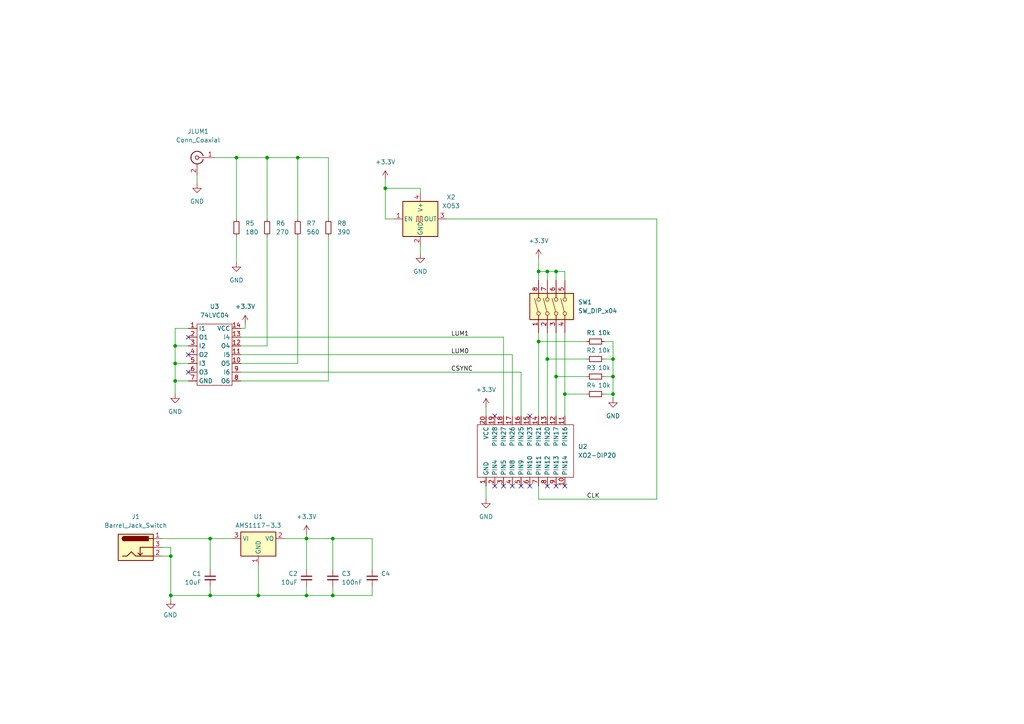
<source format=kicad_sch>
(kicad_sch (version 20231120) (generator "eeschema") (generator_version "8.0")
  (paper "A4")
  (title_block (title "LumaCode Signal Generator") (rev "2"))
  (lib_symbols
    (symbol "Connector:Barrel_Jack_Switch" (pin_names hide)
      (property "Reference" "J" (at 0 5.334 0))
      (property "Value" "Barrel_Jack_Switch" (at 0 -5.08 0))
      (symbol "Barrel_Jack_Switch_0_1"
        (rectangle (start -5.08 3.81) (end 5.08 -3.81) (stroke (width 0.254)) (fill (type background)))
        (arc (start -3.302 3.175) (mid -3.9343 2.54) (end -3.302 1.905) (stroke (width 0.254)))
        (arc (start -3.302 3.175) (mid -3.9343 2.54) (end -3.302 1.905) (stroke (width 0.254)) (fill (type outline)))
        (polyline (pts (xy 1.27 -2.286) (xy 1.905 -1.651)) (stroke (width 0.254)))
        (polyline (pts (xy 5.08 2.54) (xy 3.81 2.54)) (stroke (width 0.254)))
        (polyline (pts (xy 5.08 0) (xy 1.27 0) (xy 1.27 -2.286) (xy 0.635 -1.651)) (stroke (width 0.254)))
        (polyline (pts (xy -3.81 -2.54) (xy -2.54 -2.54) (xy -1.27 -1.27) (xy 0 -2.54) (xy 2.54 -2.54) (xy 5.08 -2.54)) (stroke (width 0.254)))
        (rectangle (start 3.683 3.175) (end -3.302 1.905) (stroke (width 0.254)) (fill (type outline)))
      )
      (symbol "Barrel_Jack_Switch_1_1"
        (pin passive line (at 7.62 2.54 180) (length 2.54) (name "~") (number "1"))
        (pin passive line (at 7.62 -2.54 180) (length 2.54) (name "~") (number "2"))
        (pin passive line (at 7.62 0 180) (length 2.54) (name "~") (number "3"))
      )
    )
    (symbol "Connector:Conn_Coaxial" (pin_names (offset 1.016) hide)
      (property "Reference" "J" (at 0.254 3.048 0))
      (property "Value" "Conn_Coaxial" (at 2.921 0 90))
      (symbol "Conn_Coaxial_0_1"
        (arc (start -1.778 -0.508) (mid 0.2311 -1.8066) (end 1.778 0) (stroke (width 0.254)))
        (polyline (pts (xy -2.54 0) (xy -0.508 0)))
        (polyline (pts (xy 0 -2.54) (xy 0 -1.778)))
        (circle (center 0 0) (radius 0.508) (stroke (width 0.2032)))
        (arc (start 1.778 0) (mid 0.2099 1.8101) (end -1.778 0.508) (stroke (width 0.254)))
      )
      (symbol "Conn_Coaxial_1_1"
        (pin passive line (at -5.08 0 0) (length 2.54) (name "In") (number "1"))
        (pin passive line (at 0 -5.08 90) (length 2.54) (name "Ext") (number "2"))
      )
    )
    (symbol "Device:C_Small" (pin_numbers hide) (pin_names (offset 0.254) hide)
      (property "Reference" "C" (at 0.254 1.778 0))
      (property "Value" "C_Small" (at 0.254 -2.032 0))
      (symbol "C_Small_0_1"
        (polyline (pts (xy -1.524 -0.508) (xy 1.524 -0.508)) (stroke (width 0.3302)))
        (polyline (pts (xy -1.524 0.508) (xy 1.524 0.508)) (stroke (width 0.3048)))
      )
      (symbol "C_Small_1_1"
        (pin passive line (at 0 2.54 270) (length 2.032) (name "~") (number "1"))
        (pin passive line (at 0 -2.54 90) (length 2.032) (name "~") (number "2"))
      )
    )
    (symbol "Device:R_Small" (pin_numbers hide) (pin_names (offset 0.254) hide)
      (property "Reference" "R" (at 0.762 0.508 0))
      (property "Value" "R_Small" (at 0.762 -1.016 0))
      (symbol "R_Small_0_1"
        (rectangle (start -0.762 1.778) (end 0.762 -1.778) (stroke (width 0.2032)))
      )
      (symbol "R_Small_1_1"
        (pin passive line (at 0 2.54 270) (length 0.762) (name "~") (number "1"))
        (pin passive line (at 0 -2.54 90) (length 0.762) (name "~") (number "2"))
      )
    )
    (symbol "Library:74LVC04"
      (property "Reference" "U" (at 6.35 0 0))
      (property "Value" "74LVC04" (at 0 0 0))
      (symbol "74LVC04_0_1"
        (rectangle (start -8.89 5.08) (end 8.89 -5.08))
      )
      (symbol "74LVC04_1_1"
        (pin input line (at -7.62 -7.62 90) (length 2.54) (name "I1") (number "1"))
        (pin output line (at 2.54 7.62 270) (length 2.54) (name "O5") (number "10"))
        (pin input line (at 0 7.62 270) (length 2.54) (name "I5") (number "11"))
        (pin output line (at -2.54 7.62 270) (length 2.54) (name "O4") (number "12"))
        (pin input line (at -5.08 7.62 270) (length 2.54) (name "I4") (number "13"))
        (pin power_in line (at -7.62 7.62 270) (length 2.54) (name "VCC") (number "14"))
        (pin output line (at -5.08 -7.62 90) (length 2.54) (name "O1") (number "2"))
        (pin input line (at -2.54 -7.62 90) (length 2.54) (name "I2") (number "3"))
        (pin output line (at 0 -7.62 90) (length 2.54) (name "O2") (number "4"))
        (pin input line (at 2.54 -7.62 90) (length 2.54) (name "I3") (number "5"))
        (pin output line (at 5.08 -7.62 90) (length 2.54) (name "O3") (number "6"))
        (pin power_in line (at 7.62 -7.62 90) (length 2.54) (name "GND") (number "7"))
        (pin output line (at 7.62 7.62 270) (length 2.54) (name "O6") (number "8"))
        (pin input line (at 5.08 7.62 270) (length 2.54) (name "I6") (number "9"))
      )
    )
    (symbol "Library:XO2-DIP20"
      (property "Reference" "U" (at 0 -2.54 0))
      (property "Value" "XO2-DIP20" (at 0 0 0))
      (symbol "XO2-DIP20_0_1"
        (rectangle (start -7.62 -5.08) (end 7.62 -33.02))
      )
      (symbol "XO2-DIP20_1_1"
        (pin power_in line (at -10.16 -7.62 0) (length 2.54) (name "GND") (number "1"))
        (pin bidirectional line (at -10.16 -30.48 0) (length 2.54) (name "PIN14") (number "10"))
        (pin bidirectional line (at 10.16 -30.48 180) (length 2.54) (name "PIN16") (number "11"))
        (pin bidirectional line (at 10.16 -27.94 180) (length 2.54) (name "PIN17") (number "12"))
        (pin bidirectional line (at 10.16 -25.4 180) (length 2.54) (name "PIN20") (number "13"))
        (pin bidirectional line (at 10.16 -22.86 180) (length 2.54) (name "PIN21") (number "14"))
        (pin bidirectional line (at 10.16 -20.32 180) (length 2.54) (name "PIN23") (number "15"))
        (pin bidirectional line (at 10.16 -17.78 180) (length 2.54) (name "PIN25") (number "16"))
        (pin bidirectional line (at 10.16 -15.24 180) (length 2.54) (name "PIN26") (number "17"))
        (pin bidirectional line (at 10.16 -12.7 180) (length 2.54) (name "PIN27") (number "18"))
        (pin bidirectional line (at 10.16 -10.16 180) (length 2.54) (name "PIN28") (number "19"))
        (pin bidirectional line (at -10.16 -10.16 0) (length 2.54) (name "PIN4") (number "2"))
        (pin power_in line (at 10.16 -7.62 180) (length 2.54) (name "VCC") (number "20"))
        (pin bidirectional line (at -10.16 -12.7 0) (length 2.54) (name "PIN5") (number "3"))
        (pin bidirectional line (at -10.16 -15.24 0) (length 2.54) (name "PIN8") (number "4"))
        (pin bidirectional line (at -10.16 -17.78 0) (length 2.54) (name "PIN9") (number "5"))
        (pin bidirectional line (at -10.16 -20.32 0) (length 2.54) (name "PIN10") (number "6"))
        (pin bidirectional line (at -10.16 -22.86 0) (length 2.54) (name "PIN11") (number "7"))
        (pin bidirectional line (at -10.16 -25.4 0) (length 2.54) (name "PIN12") (number "8"))
        (pin bidirectional line (at -10.16 -27.94 0) (length 2.54) (name "PIN13") (number "9"))
      )
    )
    (symbol "Oscillator:XO53" (pin_names (offset 0.254))
      (property "Reference" "X" (at -5.08 6.35 0))
      (property "Value" "XO53" (at 1.27 -6.35 0))
      (symbol "XO53_0_1"
        (rectangle (start -5.08 5.08) (end 5.08 -5.08) (stroke (width 0.254)) (fill (type background)))
        (polyline (pts (xy 0.762 -0.762) (xy 0.508 -0.762) (xy 0.508 0.762) (xy 0 0.762) (xy 0 -0.762) (xy -0.508 -0.762) (xy -0.508 0.762) (xy -1.016 0.762) (xy -1.016 -0.762) (xy -1.27 -0.762)))
      )
      (symbol "XO53_1_1"
        (pin input line (at -7.62 0 0) (length 2.54) (name "EN") (number "1"))
        (pin power_in line (at 0 -7.62 90) (length 2.54) (name "GND") (number "2"))
        (pin output line (at 7.62 0 180) (length 2.54) (name "OUT") (number "3"))
        (pin power_in line (at 0 7.62 270) (length 2.54) (name "V+") (number "4"))
      )
    )
    (symbol "Regulator_Linear:AMS1117-3.3"
      (property "Reference" "U" (at -3.81 3.175 0))
      (property "Value" "AMS1117-3.3" (at 0 3.175 0))
      (symbol "AMS1117-3.3_0_1"
        (rectangle (start -5.08 -5.08) (end 5.08 1.905) (stroke (width 0.254)) (fill (type background)))
      )
      (symbol "AMS1117-3.3_1_1"
        (pin power_in line (at 0 -7.62 90) (length 2.54) (name "GND") (number "1"))
        (pin power_out line (at 7.62 0 180) (length 2.54) (name "VO") (number "2"))
        (pin power_in line (at -7.62 0 0) (length 2.54) (name "VI") (number "3"))
      )
    )
    (symbol "Switch:SW_DIP_x04" (pin_names (offset 0) hide)
      (property "Reference" "SW" (at 0 8.89 0))
      (property "Value" "SW_DIP_x04" (at 0 -6.35 0))
      (symbol "SW_DIP_x04_0_0"
        (circle (center -2.032 -2.54) (radius 0.508))
        (circle (center -2.032 0) (radius 0.508))
        (circle (center -2.032 2.54) (radius 0.508))
        (circle (center -2.032 5.08) (radius 0.508))
        (polyline (pts (xy -1.524 -2.3876) (xy 2.3622 -1.3462)))
        (polyline (pts (xy -1.524 0.127) (xy 2.3622 1.1684)))
        (polyline (pts (xy -1.524 2.667) (xy 2.3622 3.7084)))
        (polyline (pts (xy -1.524 5.207) (xy 2.3622 6.2484)))
        (circle (center 2.032 -2.54) (radius 0.508))
        (circle (center 2.032 0) (radius 0.508))
        (circle (center 2.032 2.54) (radius 0.508))
        (circle (center 2.032 5.08) (radius 0.508))
      )
      (symbol "SW_DIP_x04_0_1"
        (rectangle (start -3.81 7.62) (end 3.81 -5.08) (stroke (width 0.254)) (fill (type background)))
      )
      (symbol "SW_DIP_x04_1_1"
        (pin passive line (at -7.62 5.08 0) (length 5.08) (name "~") (number "1"))
        (pin passive line (at -7.62 2.54 0) (length 5.08) (name "~") (number "2"))
        (pin passive line (at -7.62 0 0) (length 5.08) (name "~") (number "3"))
        (pin passive line (at -7.62 -2.54 0) (length 5.08) (name "~") (number "4"))
        (pin passive line (at 7.62 -2.54 180) (length 5.08) (name "~") (number "5"))
        (pin passive line (at 7.62 0 180) (length 5.08) (name "~") (number "6"))
        (pin passive line (at 7.62 2.54 180) (length 5.08) (name "~") (number "7"))
        (pin passive line (at 7.62 5.08 180) (length 5.08) (name "~") (number "8"))
      )
    )
    (symbol "power:+3.3V" (power) (pin_names (offset 0))
      (property "Value" "+3.3V" (at 0 3.556 0))
      (symbol "+3.3V_0_1"
        (polyline (pts (xy -0.762 1.27) (xy 0 2.54)))
        (polyline (pts (xy 0 0) (xy 0 2.54)))
        (polyline (pts (xy 0 2.54) (xy 0.762 1.27)))
      )
      (symbol "+3.3V_1_1"
        (pin power_in line (at 0 0 90) (length 0) hide (name "+3.3V") (number "1"))
      )
    )
    (symbol "power:GND" (power) (pin_names (offset 0))
      (property "Value" "GND" (at 0 -3.81 0))
      (symbol "GND_0_1"
        (polyline (pts (xy 0 0) (xy 0 -1.27) (xy 1.27 -1.27) (xy 0 -2.54) (xy -1.27 -1.27) (xy 0 -1.27)))
      )
      (symbol "GND_1_1"
        (pin power_in line (at 0 0 270) (length 0) hide (name "GND") (number "1"))
      )
    )
  )
  (junction (at 161.29 109.22))
  (junction (at 111.76 54.61))
  (junction (at 158.75 78.74))
  (junction (at 74.93 172.72))
  (junction (at 68.58 45.72))
  (junction (at 50.8 110.49))
  (junction (at 49.53 172.72))
  (junction (at 50.8 105.41))
  (junction (at 96.52 156.21))
  (junction (at 158.75 104.14))
  (junction (at 88.9 172.72))
  (junction (at 177.8 109.22))
  (junction (at 96.52 172.72))
  (junction (at 86.36 45.72))
  (junction (at 156.21 99.06))
  (junction (at 177.8 104.14))
  (junction (at 49.53 161.29))
  (junction (at 60.96 172.72))
  (junction (at 163.83 114.3))
  (junction (at 60.96 156.21))
  (junction (at 177.8 114.3))
  (junction (at 156.21 78.74))
  (junction (at 77.47 45.72))
  (junction (at 161.29 78.74))
  (junction (at 50.8 100.33))
  (junction (at 88.9 156.21))
  (no_connect (at 158.75 140.97))
  (no_connect (at 163.83 140.97))
  (no_connect (at 161.29 140.97))
  (no_connect (at 143.51 140.97))
  (no_connect (at 153.67 140.97))
  (no_connect (at 148.59 140.97))
  (no_connect (at 146.05 140.97))
  (no_connect (at 151.13 140.97))
  (no_connect (at 153.67 120.65))
  (no_connect (at 143.51 120.65))
  (no_connect (at 54.61 97.79))
  (no_connect (at 54.61 102.87))
  (no_connect (at 54.61 107.95))
  (wire (pts (xy 60.96 172.72) (xy 74.93 172.72)))
  (wire (pts (xy 177.8 104.14) (xy 177.8 99.06)))
  (wire (pts (xy 68.58 45.72) (xy 77.47 45.72)))
  (wire (pts (xy 50.8 100.33) (xy 54.61 100.33)))
  (wire (pts (xy 107.95 165.1) (xy 107.95 156.21)))
  (wire (pts (xy 49.53 158.75) (xy 49.53 161.29)))
  (wire (pts (xy 88.9 172.72) (xy 74.93 172.72)))
  (wire (pts (xy 60.96 156.21) (xy 60.96 165.1)))
  (wire (pts (xy 86.36 45.72) (xy 95.25 45.72)))
  (wire (pts (xy 57.15 50.8) (xy 57.15 53.34)))
  (wire (pts (xy 163.83 81.28) (xy 163.83 78.74)))
  (wire (pts (xy 74.93 163.83) (xy 74.93 172.72)))
  (wire (pts (xy 77.47 100.33) (xy 77.47 68.58)))
  (wire (pts (xy 129.54 63.5) (xy 190.5 63.5)))
  (wire (pts (xy 96.52 165.1) (xy 96.52 156.21)))
  (wire (pts (xy 190.5 144.78) (xy 156.21 144.78)))
  (wire (pts (xy 60.96 170.18) (xy 60.96 172.72)))
  (wire (pts (xy 88.9 172.72) (xy 96.52 172.72)))
  (wire (pts (xy 177.8 114.3) (xy 177.8 115.57)))
  (wire (pts (xy 158.75 104.14) (xy 170.18 104.14)))
  (wire (pts (xy 86.36 45.72) (xy 86.36 63.5)))
  (wire (pts (xy 177.8 99.06) (xy 175.26 99.06)))
  (wire (pts (xy 107.95 156.21) (xy 96.52 156.21)))
  (wire (pts (xy 68.58 45.72) (xy 68.58 63.5)))
  (wire (pts (xy 96.52 156.21) (xy 88.9 156.21)))
  (wire (pts (xy 163.83 78.74) (xy 161.29 78.74)))
  (wire (pts (xy 163.83 114.3) (xy 163.83 120.65)))
  (wire (pts (xy 49.53 172.72) (xy 49.53 173.99)))
  (wire (pts (xy 86.36 68.58) (xy 86.36 105.41)))
  (wire (pts (xy 111.76 54.61) (xy 121.92 54.61)))
  (wire (pts (xy 158.75 96.52) (xy 158.75 104.14)))
  (wire (pts (xy 156.21 81.28) (xy 156.21 78.74)))
  (wire (pts (xy 96.52 172.72) (xy 107.95 172.72)))
  (wire (pts (xy 151.13 120.65) (xy 151.13 107.95)))
  (wire (pts (xy 69.85 105.41) (xy 86.36 105.41)))
  (wire (pts (xy 107.95 172.72) (xy 107.95 170.18)))
  (wire (pts (xy 77.47 45.72) (xy 77.47 63.5)))
  (wire (pts (xy 82.55 156.21) (xy 88.9 156.21)))
  (wire (pts (xy 140.97 140.97) (xy 140.97 144.78)))
  (wire (pts (xy 114.3 63.5) (xy 111.76 63.5)))
  (wire (pts (xy 50.8 100.33) (xy 50.8 95.25)))
  (wire (pts (xy 156.21 96.52) (xy 156.21 99.06)))
  (wire (pts (xy 161.29 109.22) (xy 170.18 109.22)))
  (wire (pts (xy 46.99 156.21) (xy 60.96 156.21)))
  (wire (pts (xy 148.59 120.65) (xy 148.59 102.87)))
  (wire (pts (xy 177.8 109.22) (xy 177.8 104.14)))
  (wire (pts (xy 95.25 63.5) (xy 95.25 45.72)))
  (wire (pts (xy 156.21 99.06) (xy 170.18 99.06)))
  (wire (pts (xy 46.99 158.75) (xy 49.53 158.75)))
  (wire (pts (xy 95.25 110.49) (xy 95.25 68.58)))
  (wire (pts (xy 60.96 156.21) (xy 67.31 156.21)))
  (wire (pts (xy 49.53 172.72) (xy 60.96 172.72)))
  (wire (pts (xy 50.8 114.3) (xy 50.8 110.49)))
  (wire (pts (xy 50.8 105.41) (xy 50.8 100.33)))
  (wire (pts (xy 121.92 54.61) (xy 121.92 55.88)))
  (wire (pts (xy 161.29 81.28) (xy 161.29 78.74)))
  (wire (pts (xy 148.59 102.87) (xy 69.85 102.87)))
  (wire (pts (xy 151.13 107.95) (xy 69.85 107.95)))
  (wire (pts (xy 111.76 52.07) (xy 111.76 54.61)))
  (wire (pts (xy 69.85 110.49) (xy 95.25 110.49)))
  (wire (pts (xy 88.9 170.18) (xy 88.9 172.72)))
  (wire (pts (xy 175.26 114.3) (xy 177.8 114.3)))
  (wire (pts (xy 161.29 78.74) (xy 158.75 78.74)))
  (wire (pts (xy 161.29 109.22) (xy 161.29 120.65)))
  (wire (pts (xy 68.58 68.58) (xy 68.58 76.2)))
  (wire (pts (xy 77.47 45.72) (xy 86.36 45.72)))
  (wire (pts (xy 158.75 104.14) (xy 158.75 120.65)))
  (wire (pts (xy 62.23 45.72) (xy 68.58 45.72)))
  (wire (pts (xy 156.21 78.74) (xy 158.75 78.74)))
  (wire (pts (xy 49.53 161.29) (xy 49.53 172.72)))
  (wire (pts (xy 71.12 95.25) (xy 71.12 93.98)))
  (wire (pts (xy 69.85 100.33) (xy 77.47 100.33)))
  (wire (pts (xy 146.05 120.65) (xy 146.05 97.79)))
  (wire (pts (xy 46.99 161.29) (xy 49.53 161.29)))
  (wire (pts (xy 177.8 109.22) (xy 175.26 109.22)))
  (wire (pts (xy 177.8 104.14) (xy 175.26 104.14)))
  (wire (pts (xy 140.97 118.11) (xy 140.97 120.65)))
  (wire (pts (xy 96.52 172.72) (xy 96.52 170.18)))
  (wire (pts (xy 156.21 144.78) (xy 156.21 140.97)))
  (wire (pts (xy 158.75 78.74) (xy 158.75 81.28)))
  (wire (pts (xy 190.5 63.5) (xy 190.5 144.78)))
  (wire (pts (xy 50.8 110.49) (xy 54.61 110.49)))
  (wire (pts (xy 50.8 105.41) (xy 54.61 105.41)))
  (wire (pts (xy 146.05 97.79) (xy 69.85 97.79)))
  (wire (pts (xy 50.8 95.25) (xy 54.61 95.25)))
  (wire (pts (xy 163.83 114.3) (xy 170.18 114.3)))
  (wire (pts (xy 161.29 96.52) (xy 161.29 109.22)))
  (wire (pts (xy 121.92 71.12) (xy 121.92 73.66)))
  (wire (pts (xy 177.8 114.3) (xy 177.8 109.22)))
  (wire (pts (xy 88.9 154.94) (xy 88.9 156.21)))
  (wire (pts (xy 156.21 99.06) (xy 156.21 120.65)))
  (wire (pts (xy 111.76 63.5) (xy 111.76 54.61)))
  (wire (pts (xy 156.21 74.93) (xy 156.21 78.74)))
  (wire (pts (xy 50.8 110.49) (xy 50.8 105.41)))
  (wire (pts (xy 88.9 156.21) (xy 88.9 165.1)))
  (wire (pts (xy 163.83 96.52) (xy 163.83 114.3)))
  (wire (pts (xy 69.85 95.25) (xy 71.12 95.25)))
  (label "LUM1" (at 130.81 97.79 0))
  (label "CSYNC" (at 130.81 107.95 0))
  (label "LUM0" (at 130.81 102.87 0))
  (label "CLK" (at 170.18 144.78 0))
  (symbol (lib_id "power:+3.3V") (at 88.9 154.94 0) (mirror y) (unit 1)
    (property "Reference" "#PWR0111" (effects (hide yes)))
    (property "Value" "+3.3V" (at 88.9 149.86 0))
  )
  (symbol (lib_id "Device:C_Small") (at 60.96 167.64 0) (mirror y) (unit 1)
    (property "Reference" "C1" (at 58.42 166.3762 0) (effects (justify left)))
    (property "Value" "10uF" (at 58.42 168.9162 0) (effects (justify left)))
    (property "Footprint" "Capacitor_SMD:C_0805_2012Metric_Pad1.18x1.45mm_HandSolder" (effects (hide yes)))
  )
  (symbol (lib_id "power:+3.3V") (at 140.97 118.11 0) (unit 1)
    (property "Reference" "#PWR0102" (effects (hide yes)))
    (property "Value" "+3.3V" (at 140.97 113.03 0))
  )
  (symbol (lib_id "Device:C_Small") (at 107.95 167.64 0) (mirror y) (unit 1)
    (property "Reference" "C4" (at 110.49 166.3762 0) (effects (justify right)))
    (property "Value" "100nF" (effects (hide yes)))
    (property "Footprint" "Capacitor_SMD:C_0603_1608Metric_Pad1.08x0.95mm_HandSolder" (effects (hide yes)))
  )
  (symbol (lib_id "Device:R_Small") (at 172.72 114.3 90) (unit 1)
    (property "Reference" "R4" (at 171.45 111.76 90))
    (property "Value" "10k" (at 175.26 111.76 90))
    (property "Footprint" "Resistor_SMD:R_0805_2012Metric_Pad1.20x1.40mm_HandSolder" (effects (hide yes)))
  )
  (symbol (lib_id "Library:XO2-DIP20") (at 133.35 130.81 90) (unit 1)
    (property "Reference" "U2" (at 167.64 129.5399 90) (effects (justify right)))
    (property "Value" "XO2-DIP20" (at 167.64 132.0799 90) (effects (justify right)))
    (property "Footprint" "Package_DIP:DIP-20_W7.62mm" (effects (hide yes)))
  )
  (symbol (lib_id "Connector:Barrel_Jack_Switch") (at 39.37 158.75 0) (unit 1)
    (property "Reference" "J1" (at 39.37 149.86 0))
    (property "Value" "Barrel_Jack_Switch" (at 39.37 152.4 0))
    (property "Footprint" "Connector_BarrelJack:BarrelJack_Horizontal" (effects (hide yes)))
    (property "Description" "DC Barrel Jack with an internal switch" (effects (hide yes)))
  )
  (symbol (lib_id "power:+3.3V") (at 71.12 93.98 0) (mirror y) (unit 1)
    (property "Reference" "#PWR01" (effects (hide yes)))
    (property "Value" "+3.3V" (at 71.12 88.9 0))
  )
  (symbol (lib_id "power:+3.3V") (at 111.76 52.07 0) (unit 1)
    (property "Reference" "#PWR0104" (effects (hide yes)))
    (property "Value" "+3.3V" (at 111.76 46.99 0))
  )
  (symbol (lib_id "Device:R_Small") (at 172.72 104.14 90) (unit 1)
    (property "Reference" "R2" (at 171.45 101.6 90))
    (property "Value" "10k" (at 175.26 101.6 90))
    (property "Footprint" "Resistor_SMD:R_0805_2012Metric_Pad1.20x1.40mm_HandSolder" (effects (hide yes)))
  )
  (symbol (lib_id "power:GND") (at 121.92 73.66 0) (unit 1)
    (property "Reference" "#PWR0107" (effects (hide yes)))
    (property "Value" "GND" (at 121.92 78.74 0))
  )
  (symbol (lib_id "power:GND") (at 50.8 114.3 0) (unit 1)
    (property "Reference" "#PWR0109" (effects (hide yes)))
    (property "Value" "GND" (at 50.8 119.38 0))
  )
  (symbol (lib_id "Library:74LVC04") (at 62.23 102.87 270) (unit 1)
    (property "Reference" "U3" (at 62.23 88.9 90))
    (property "Value" "74LVC04" (at 62.23 91.44 90))
    (property "Footprint" "Package_SO:TSSOP-14_4.4x5mm_P0.65mm" (effects (hide yes)))
  )
  (symbol (lib_id "Device:R_Small") (at 68.58 66.04 180) (unit 1)
    (property "Reference" "R5" (at 71.12 64.7699 0) (effects (justify right)))
    (property "Value" "180" (at 71.12 67.3099 0) (effects (justify right)))
    (property "Footprint" "Resistor_SMD:R_0805_2012Metric_Pad1.20x1.40mm_HandSolder" (effects (hide yes)))
  )
  (symbol (lib_id "Device:R_Small") (at 86.36 66.04 0) (unit 1)
    (property "Reference" "R7" (at 88.9 64.7699 0) (effects (justify left)))
    (property "Value" "560" (at 88.9 67.3099 0) (effects (justify left)))
    (property "Footprint" "Resistor_SMD:R_0805_2012Metric_Pad1.20x1.40mm_HandSolder" (effects (hide yes)))
  )
  (symbol (lib_id "Device:R_Small") (at 172.72 99.06 90) (unit 1)
    (property "Reference" "R1" (at 171.45 96.52 90))
    (property "Value" "10k" (at 175.26 96.52 90))
    (property "Footprint" "Resistor_SMD:R_0805_2012Metric_Pad1.20x1.40mm_HandSolder" (effects (hide yes)))
  )
  (symbol (lib_id "Device:C_Small") (at 96.52 167.64 0) (mirror y) (unit 1)
    (property "Reference" "C3" (at 99.06 166.3762 0) (effects (justify right)))
    (property "Value" "100nF" (at 99.06 168.9162 0) (effects (justify right)))
    (property "Footprint" "Capacitor_SMD:C_0603_1608Metric_Pad1.08x0.95mm_HandSolder" (effects (hide yes)))
  )
  (symbol (lib_id "power:GND") (at 177.8 115.57 0) (unit 1)
    (property "Reference" "#PWR0108" (effects (hide yes)))
    (property "Value" "GND" (at 177.8 120.65 0))
  )
  (symbol (lib_id "Device:R_Small") (at 95.25 66.04 0) (unit 1)
    (property "Reference" "R8" (at 97.79 64.7699 0) (effects (justify left)))
    (property "Value" "390" (at 97.79 67.3099 0) (effects (justify left)))
    (property "Footprint" "Resistor_SMD:R_0805_2012Metric_Pad1.20x1.40mm_HandSolder" (effects (hide yes)))
  )
  (symbol (lib_id "Device:R_Small") (at 172.72 109.22 90) (unit 1)
    (property "Reference" "R3" (at 171.45 106.68 90))
    (property "Value" "10k" (at 175.26 106.68 90))
    (property "Footprint" "Resistor_SMD:R_0805_2012Metric_Pad1.20x1.40mm_HandSolder" (effects (hide yes)))
  )
  (symbol (lib_id "Oscillator:XO53") (at 121.92 63.5 0) (unit 1)
    (property "Reference" "X2" (at 130.81 57.1814 0))
    (property "Value" "XO53" (at 130.81 59.7214 0))
    (property "Footprint" "Oscillator:Oscillator_SMD_EuroQuartz_XO53-4Pin_5.0x3.2mm" (effects (hide yes)))
    (property "Datasheet" "http://cdn-reichelt.de/documents/datenblatt/B400/XO53.pdf" (effects (hide yes)))
    (property "Description" "Low Power Consumption Clock Oscillator" (effects (hide yes)))
  )
  (symbol (lib_id "power:GND") (at 68.58 76.2 0) (unit 1)
    (property "Reference" "#PWR0105" (effects (hide yes)))
    (property "Value" "GND" (at 68.58 81.28 0))
  )
  (symbol (lib_id "power:GND") (at 49.53 173.99 0) (mirror y) (unit 1)
    (property "Reference" "#PWR0110" (effects (hide yes)))
    (property "Value" "GND" (at 49.403 178.3842 0))
  )
  (symbol (lib_id "power:+3.3V") (at 156.21 74.93 0) (unit 1)
    (property "Reference" "#PWR0103" (effects (hide yes)))
    (property "Value" "+3.3V" (at 156.21 69.85 0))
  )
  (symbol (lib_id "Device:C_Small") (at 88.9 167.64 0) (mirror y) (unit 1)
    (property "Reference" "C2" (at 86.36 166.3762 0) (effects (justify left)))
    (property "Value" "10uF" (at 86.36 168.9162 0) (effects (justify left)))
    (property "Footprint" "Capacitor_SMD:C_0805_2012Metric_Pad1.18x1.45mm_HandSolder" (effects (hide yes)))
  )
  (symbol (lib_id "Connector:Conn_Coaxial") (at 57.15 45.72 0) (mirror y) (unit 1)
    (property "Reference" "JLUM1" (at 57.4674 38.1 0))
    (property "Value" "Conn_Coaxial" (at 57.4674 40.64 0))
    (property "Footprint" "Projectfootprints:RCA_JACK" (effects (hide yes)))
    (property "Datasheet" " ~" (effects (hide yes)))
  )
  (symbol (lib_id "Regulator_Linear:AMS1117-3.3") (at 74.93 156.21 0) (unit 1)
    (property "Reference" "U1" (at 74.93 149.86 0))
    (property "Value" "AMS1117-3.3" (at 74.93 152.4 0))
    (property "Footprint" "Package_TO_SOT_SMD:SOT-223-3_TabPin2" (effects (hide yes)))
    (property "Datasheet" "http://www.advanced-monolithic.com/pdf/ds1117.pdf" (effects (hide yes)))
    (property "Description" "1A Low Dropout regulator, positive, 3.3V fixed output, SOT-223" (effects (hide yes)))
  )
  (symbol (lib_id "Device:R_Small") (at 77.47 66.04 0) (unit 1)
    (property "Reference" "R6" (at 80.01 64.7699 0) (effects (justify left)))
    (property "Value" "270" (at 80.01 67.3099 0) (effects (justify left)))
    (property "Footprint" "Resistor_SMD:R_0805_2012Metric_Pad1.20x1.40mm_HandSolder" (effects (hide yes)))
  )
  (symbol (lib_id "power:GND") (at 57.15 53.34 0) (unit 1)
    (property "Reference" "#PWR0106" (effects (hide yes)))
    (property "Value" "GND" (at 57.15 58.42 0))
  )
  (symbol (lib_id "power:GND") (at 140.97 144.78 0) (unit 1)
    (property "Reference" "#PWR0101" (effects (hide yes)))
    (property "Value" "GND" (at 140.97 149.86 0))
  )
  (symbol (lib_id "Switch:SW_DIP_x04") (at 161.29 88.9 90) (unit 1)
    (property "Reference" "SW1" (at 167.64 87.6299 90) (effects (justify right)))
    (property "Value" "SW_DIP_x04" (at 167.64 90.1699 90) (effects (justify right)))
    (property "Footprint" "Package_DIP:DIP-8_W7.62mm" (effects (hide yes)))
  )
)
</source>
